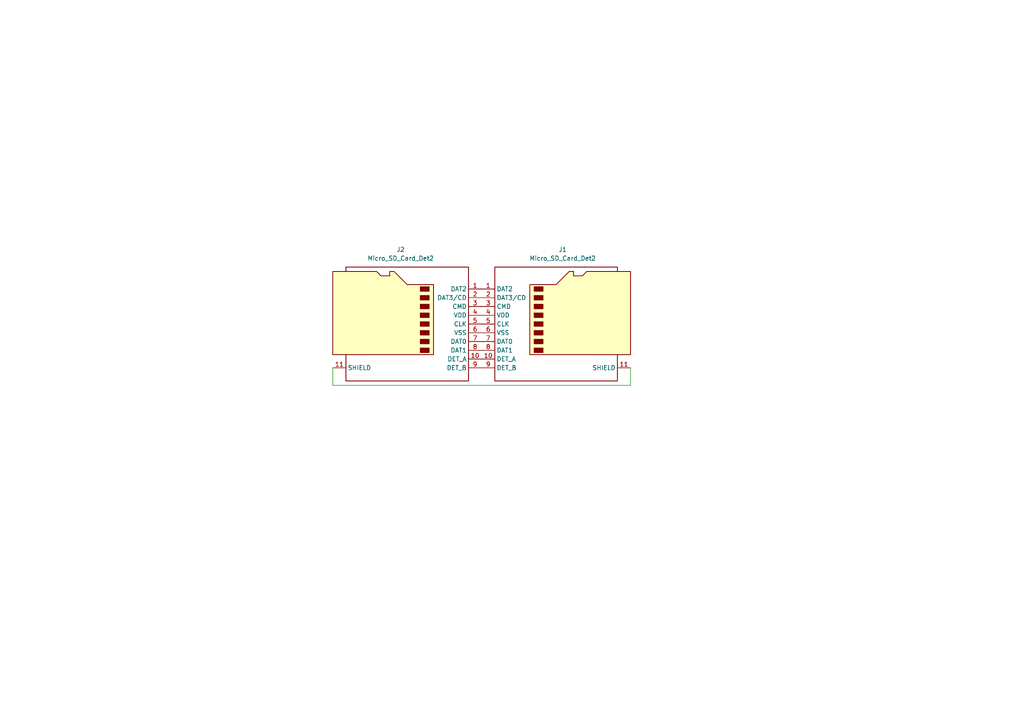
<source format=kicad_sch>
(kicad_sch (version 20230121) (generator eeschema)
  (paper "A4")
  (lib_symbols
    (symbol "Connector:Micro_SD_Card_Det2"
      (property "Reference" "J" (at -16.51 17.78 0))
      (property "Value" "Micro_SD_Card_Det2" (at 16.51 17.78 0))
      (symbol "Micro_SD_Card_Det2_0_1"
        (rectangle (start -7.62 -6.985) (end -5.08 -8.255) (stroke (width 0.254)) (fill (type outline)))
        (rectangle (start -7.62 -4.445) (end -5.08 -5.715) (stroke (width 0.254)) (fill (type outline)))
        (rectangle (start -7.62 -1.905) (end -5.08 -3.175) (stroke (width 0.254)) (fill (type outline)))
        (rectangle (start -7.62 0.635) (end -5.08 -0.635) (stroke (width 0.254)) (fill (type outline)))
        (rectangle (start -7.62 3.175) (end -5.08 1.905) (stroke (width 0.254)) (fill (type outline)))
        (rectangle (start -7.62 5.715) (end -5.08 4.445) (stroke (width 0.254)) (fill (type outline)))
        (rectangle (start -7.62 8.255) (end -5.08 6.985) (stroke (width 0.254)) (fill (type outline)))
        (rectangle (start -7.62 10.795) (end -5.08 9.525) (stroke (width 0.254)) (fill (type outline)))
        (polyline (pts (xy 16.51 15.24) (xy 16.51 16.51) (xy -19.05 16.51) (xy -19.05 -16.51) (xy 16.51 -16.51) (xy 16.51 -8.89)) (stroke (width 0.254)))
        (polyline (pts (xy -8.89 -8.89) (xy -8.89 11.43) (xy -1.27 11.43) (xy 2.54 15.24) (xy 3.81 15.24) (xy 3.81 13.97) (xy 6.35 13.97) (xy 7.62 15.24) (xy 20.32 15.24) (xy 20.32 -8.89) (xy -8.89 -8.89)) (stroke (width 0.254)) (fill (type background)))
      )
      (symbol "Micro_SD_Card_Det2_1_1"
        (pin bidirectional line (at -22.86 10.16 0) (length 3.81) (name "DAT2") (number "1"))
        (pin passive line (at -22.86 -10.16 0) (length 3.81) (name "DET_A") (number "10"))
        (pin passive line (at 20.32 -12.7 180) (length 3.81) (name "SHIELD") (number "11"))
        (pin bidirectional line (at -22.86 7.62 0) (length 3.81) (name "DAT3/CD") (number "2"))
        (pin input line (at -22.86 5.08 0) (length 3.81) (name "CMD") (number "3"))
        (pin power_in line (at -22.86 2.54 0) (length 3.81) (name "VDD") (number "4"))
        (pin input line (at -22.86 0 0) (length 3.81) (name "CLK") (number "5"))
        (pin power_in line (at -22.86 -2.54 0) (length 3.81) (name "VSS") (number "6"))
        (pin bidirectional line (at -22.86 -5.08 0) (length 3.81) (name "DAT0") (number "7"))
        (pin bidirectional line (at -22.86 -7.62 0) (length 3.81) (name "DAT1") (number "8"))
        (pin passive line (at -22.86 -12.7 0) (length 3.81) (name "DET_B") (number "9"))
      )
    )
  )
  (wire (pts (xy 182.88 106.68) (xy 182.88 111.76)))
  (wire (pts (xy 182.88 111.76) (xy 96.52 111.76)))
  (wire (pts (xy 96.52 111.76) (xy 96.52 106.68)))
  (symbol (lib_id "Connector:Micro_SD_Card_Det2") (at 116.84 93.98 0) (mirror y) (unit 1)
    (property "Reference" "J2" (at 116.205 72.39 0))
    (property "Value" "Micro_SD_Card_Det2" (at 116.205 74.93 0))
    (property "Footprint" "Baer_Footprints:microSD_HC_Molex_104031-0811_MIRRORED" (effects hide))
    (property "Datasheet" "https://www.hirose.com/en/product/document?clcode=&productname=&series=DM3&documenttype=Catalog&lang=en&documentid=D49662_en" (effects hide))
  )
  (symbol (lib_id "Connector:Micro_SD_Card_Det2") (at 162.56 93.98 0) (unit 1)
    (property "Reference" "J1" (at 163.195 72.39 0))
    (property "Value" "Micro_SD_Card_Det2" (at 163.195 74.93 0))
    (property "Footprint" "Connector_Card:microSD_HC_Molex_104031-0811" (effects hide))
    (property "Datasheet" "https://www.hirose.com/en/product/document?clcode=&productname=&series=DM3&documenttype=Catalog&lang=en&documentid=D49662_en" (effects hide))
  )
)
</source>
